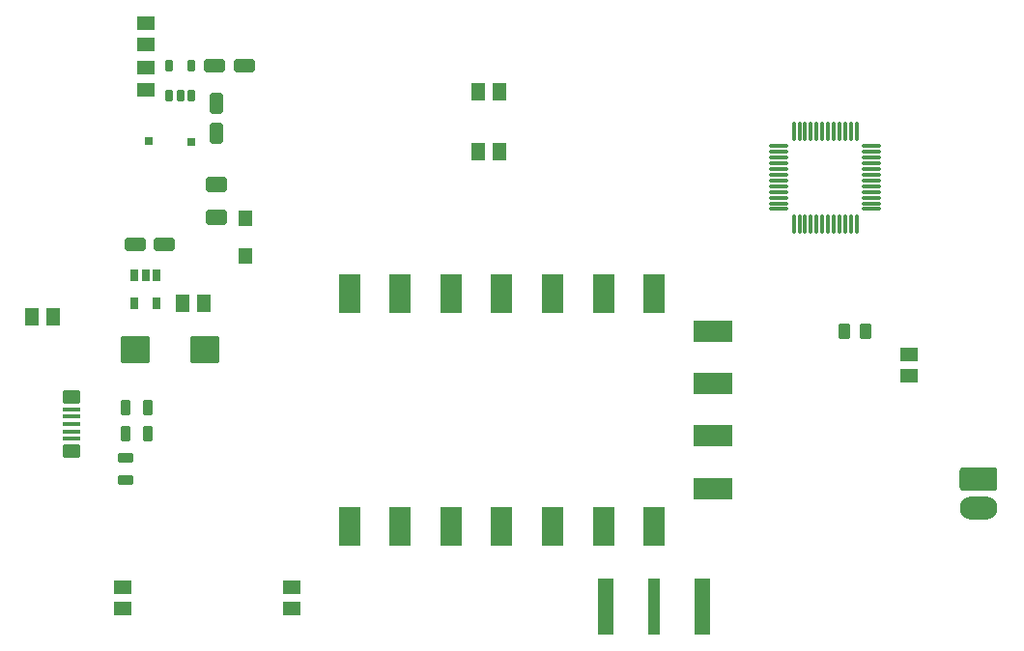
<source format=gtp>
G04 Layer_Color=8421504*
%FSLAX25Y25*%
%MOIN*%
G70*
G01*
G75*
%ADD10O,0.01181X0.07087*%
%ADD11O,0.07087X0.01181*%
%ADD12R,0.05906X0.05118*%
%ADD13R,0.05118X0.05906*%
G04:AMPARAMS|DCode=14|XSize=59.06mil|YSize=47.24mil|CornerRadius=4.72mil|HoleSize=0mil|Usage=FLASHONLY|Rotation=0.000|XOffset=0mil|YOffset=0mil|HoleType=Round|Shape=RoundedRectangle|*
%AMROUNDEDRECTD14*
21,1,0.05906,0.03780,0,0,0.0*
21,1,0.04961,0.04724,0,0,0.0*
1,1,0.00945,0.02480,-0.01890*
1,1,0.00945,-0.02480,-0.01890*
1,1,0.00945,-0.02480,0.01890*
1,1,0.00945,0.02480,0.01890*
%
%ADD14ROUNDEDRECTD14*%
G04:AMPARAMS|DCode=15|XSize=59.06mil|YSize=13.78mil|CornerRadius=1.38mil|HoleSize=0mil|Usage=FLASHONLY|Rotation=0.000|XOffset=0mil|YOffset=0mil|HoleType=Round|Shape=RoundedRectangle|*
%AMROUNDEDRECTD15*
21,1,0.05906,0.01102,0,0,0.0*
21,1,0.05630,0.01378,0,0,0.0*
1,1,0.00276,0.02815,-0.00551*
1,1,0.00276,-0.02815,-0.00551*
1,1,0.00276,-0.02815,0.00551*
1,1,0.00276,0.02815,0.00551*
%
%ADD15ROUNDEDRECTD15*%
%ADD17O,0.13000X0.08000*%
G04:AMPARAMS|DCode=18|XSize=130mil|YSize=80mil|CornerRadius=10mil|HoleSize=0mil|Usage=FLASHONLY|Rotation=0.000|XOffset=0mil|YOffset=0mil|HoleType=Round|Shape=RoundedRectangle|*
%AMROUNDEDRECTD18*
21,1,0.13000,0.06000,0,0,0.0*
21,1,0.11000,0.08000,0,0,0.0*
1,1,0.02000,0.05500,-0.03000*
1,1,0.02000,-0.05500,-0.03000*
1,1,0.02000,-0.05500,0.03000*
1,1,0.02000,0.05500,0.03000*
%
%ADD18ROUNDEDRECTD18*%
%ADD19R,0.05512X0.19685*%
%ADD20R,0.03937X0.19685*%
%ADD21R,0.02500X0.02500*%
G04:AMPARAMS|DCode=22|XSize=23.62mil|YSize=39.37mil|CornerRadius=2.95mil|HoleSize=0mil|Usage=FLASHONLY|Rotation=0.000|XOffset=0mil|YOffset=0mil|HoleType=Round|Shape=RoundedRectangle|*
%AMROUNDEDRECTD22*
21,1,0.02362,0.03347,0,0,0.0*
21,1,0.01772,0.03937,0,0,0.0*
1,1,0.00591,0.00886,-0.01673*
1,1,0.00591,-0.00886,-0.01673*
1,1,0.00591,-0.00886,0.01673*
1,1,0.00591,0.00886,0.01673*
%
%ADD22ROUNDEDRECTD22*%
G04:AMPARAMS|DCode=23|XSize=70.87mil|YSize=47.24mil|CornerRadius=5.91mil|HoleSize=0mil|Usage=FLASHONLY|Rotation=90.000|XOffset=0mil|YOffset=0mil|HoleType=Round|Shape=RoundedRectangle|*
%AMROUNDEDRECTD23*
21,1,0.07087,0.03543,0,0,90.0*
21,1,0.05906,0.04724,0,0,90.0*
1,1,0.01181,0.01772,0.02953*
1,1,0.01181,0.01772,-0.02953*
1,1,0.01181,-0.01772,-0.02953*
1,1,0.01181,-0.01772,0.02953*
%
%ADD23ROUNDEDRECTD23*%
G04:AMPARAMS|DCode=24|XSize=70.87mil|YSize=47.24mil|CornerRadius=5.91mil|HoleSize=0mil|Usage=FLASHONLY|Rotation=0.000|XOffset=0mil|YOffset=0mil|HoleType=Round|Shape=RoundedRectangle|*
%AMROUNDEDRECTD24*
21,1,0.07087,0.03543,0,0,0.0*
21,1,0.05906,0.04724,0,0,0.0*
1,1,0.01181,0.02953,-0.01772*
1,1,0.01181,-0.02953,-0.01772*
1,1,0.01181,-0.02953,0.01772*
1,1,0.01181,0.02953,0.01772*
%
%ADD24ROUNDEDRECTD24*%
G04:AMPARAMS|DCode=25|XSize=51.18mil|YSize=31.5mil|CornerRadius=3.94mil|HoleSize=0mil|Usage=FLASHONLY|Rotation=270.000|XOffset=0mil|YOffset=0mil|HoleType=Round|Shape=RoundedRectangle|*
%AMROUNDEDRECTD25*
21,1,0.05118,0.02362,0,0,270.0*
21,1,0.04331,0.03150,0,0,270.0*
1,1,0.00787,-0.01181,-0.02165*
1,1,0.00787,-0.01181,0.02165*
1,1,0.00787,0.01181,0.02165*
1,1,0.00787,0.01181,-0.02165*
%
%ADD25ROUNDEDRECTD25*%
G04:AMPARAMS|DCode=26|XSize=51.18mil|YSize=31.5mil|CornerRadius=3.94mil|HoleSize=0mil|Usage=FLASHONLY|Rotation=0.000|XOffset=0mil|YOffset=0mil|HoleType=Round|Shape=RoundedRectangle|*
%AMROUNDEDRECTD26*
21,1,0.05118,0.02362,0,0,0.0*
21,1,0.04331,0.03150,0,0,0.0*
1,1,0.00787,0.02165,-0.01181*
1,1,0.00787,-0.02165,-0.01181*
1,1,0.00787,-0.02165,0.01181*
1,1,0.00787,0.02165,0.01181*
%
%ADD26ROUNDEDRECTD26*%
%ADD27R,0.02559X0.04331*%
G04:AMPARAMS|DCode=28|XSize=96.46mil|YSize=100.39mil|CornerRadius=9.65mil|HoleSize=0mil|Usage=FLASHONLY|Rotation=90.000|XOffset=0mil|YOffset=0mil|HoleType=Round|Shape=RoundedRectangle|*
%AMROUNDEDRECTD28*
21,1,0.09646,0.08110,0,0,90.0*
21,1,0.07717,0.10039,0,0,90.0*
1,1,0.01929,0.04055,0.03858*
1,1,0.01929,0.04055,-0.03858*
1,1,0.01929,-0.04055,-0.03858*
1,1,0.01929,-0.04055,0.03858*
%
%ADD28ROUNDEDRECTD28*%
%ADD29R,0.04724X0.05315*%
G04:AMPARAMS|DCode=30|XSize=70.87mil|YSize=51.18mil|CornerRadius=6.4mil|HoleSize=0mil|Usage=FLASHONLY|Rotation=0.000|XOffset=0mil|YOffset=0mil|HoleType=Round|Shape=RoundedRectangle|*
%AMROUNDEDRECTD30*
21,1,0.07087,0.03839,0,0,0.0*
21,1,0.05807,0.05118,0,0,0.0*
1,1,0.01280,0.02904,-0.01919*
1,1,0.01280,-0.02904,-0.01919*
1,1,0.01280,-0.02904,0.01919*
1,1,0.01280,0.02904,0.01919*
%
%ADD30ROUNDEDRECTD30*%
G04:AMPARAMS|DCode=31|XSize=55.12mil|YSize=39.37mil|CornerRadius=4.92mil|HoleSize=0mil|Usage=FLASHONLY|Rotation=90.000|XOffset=0mil|YOffset=0mil|HoleType=Round|Shape=RoundedRectangle|*
%AMROUNDEDRECTD31*
21,1,0.05512,0.02953,0,0,90.0*
21,1,0.04528,0.03937,0,0,90.0*
1,1,0.00984,0.01476,0.02264*
1,1,0.00984,0.01476,-0.02264*
1,1,0.00984,-0.01476,-0.02264*
1,1,0.00984,-0.01476,0.02264*
%
%ADD31ROUNDEDRECTD31*%
%ADD32R,0.07480X0.13780*%
%ADD33R,0.13780X0.07480*%
D10*
X373673Y377945D02*
D03*
X375642D02*
D03*
X377610D02*
D03*
X379579D02*
D03*
X381547D02*
D03*
X383516D02*
D03*
X385484D02*
D03*
X387453D02*
D03*
X389421D02*
D03*
X391390D02*
D03*
X393358D02*
D03*
X395327D02*
D03*
Y346055D02*
D03*
X393358D02*
D03*
X391390D02*
D03*
X389421D02*
D03*
X387453D02*
D03*
X385484D02*
D03*
X383516D02*
D03*
X381547D02*
D03*
X379579D02*
D03*
X377610D02*
D03*
X375642D02*
D03*
X373673D02*
D03*
D11*
X400445Y372827D02*
D03*
Y370858D02*
D03*
Y368890D02*
D03*
Y366921D02*
D03*
Y364953D02*
D03*
Y362984D02*
D03*
Y361016D02*
D03*
Y359047D02*
D03*
Y357079D02*
D03*
Y355110D02*
D03*
Y353142D02*
D03*
Y351173D02*
D03*
X368555D02*
D03*
Y353142D02*
D03*
Y355110D02*
D03*
Y357079D02*
D03*
Y359047D02*
D03*
Y361016D02*
D03*
Y362984D02*
D03*
Y364953D02*
D03*
Y366921D02*
D03*
Y368890D02*
D03*
Y370858D02*
D03*
Y372827D02*
D03*
D12*
X142000Y213260D02*
D03*
Y220740D02*
D03*
X200500Y220740D02*
D03*
Y213260D02*
D03*
X150000Y399840D02*
D03*
Y392360D02*
D03*
Y415340D02*
D03*
Y407860D02*
D03*
X413300Y301140D02*
D03*
Y293660D02*
D03*
D13*
X264760Y371000D02*
D03*
X272240D02*
D03*
X264760Y391500D02*
D03*
X272240D02*
D03*
X162760Y318500D02*
D03*
X170240D02*
D03*
X118240Y314000D02*
D03*
X110760D02*
D03*
D14*
X124547Y286252D02*
D03*
Y267748D02*
D03*
D15*
Y282118D02*
D03*
Y279559D02*
D03*
Y277000D02*
D03*
Y274441D02*
D03*
Y271882D02*
D03*
D17*
X437500Y248000D02*
D03*
D18*
Y258000D02*
D03*
D19*
X308768Y213843D02*
D03*
X342232D02*
D03*
D20*
X325500D02*
D03*
D21*
X165800Y374400D02*
D03*
X151200Y374500D02*
D03*
D22*
X158260Y400718D02*
D03*
X165740Y390482D02*
D03*
X162000D02*
D03*
X158260D02*
D03*
X165740Y400718D02*
D03*
D23*
X174500Y387618D02*
D03*
Y377382D02*
D03*
D24*
X184118Y400500D02*
D03*
X173882D02*
D03*
X156618Y339000D02*
D03*
X146382D02*
D03*
D25*
X150937Y273500D02*
D03*
X143063D02*
D03*
Y282500D02*
D03*
X150937D02*
D03*
D26*
X143000Y265437D02*
D03*
Y257563D02*
D03*
D27*
X153740Y328224D02*
D03*
X150000D02*
D03*
X146260D02*
D03*
Y318776D02*
D03*
X153740D02*
D03*
D28*
X170409Y302500D02*
D03*
X146591D02*
D03*
D29*
X184500Y334906D02*
D03*
Y348095D02*
D03*
D30*
X174600Y348191D02*
D03*
Y359609D02*
D03*
D31*
X398343Y308900D02*
D03*
X391257D02*
D03*
D32*
X325508Y241768D02*
D03*
X307988Y241768D02*
D03*
X290469D02*
D03*
X272949D02*
D03*
X255429D02*
D03*
X237910D02*
D03*
X220390D02*
D03*
Y322083D02*
D03*
X237910D02*
D03*
X255429D02*
D03*
X272949D02*
D03*
X290469D02*
D03*
X307988D02*
D03*
X325508Y322083D02*
D03*
D33*
X345685Y309087D02*
D03*
Y290980D02*
D03*
Y272866D02*
D03*
Y254756D02*
D03*
M02*

</source>
